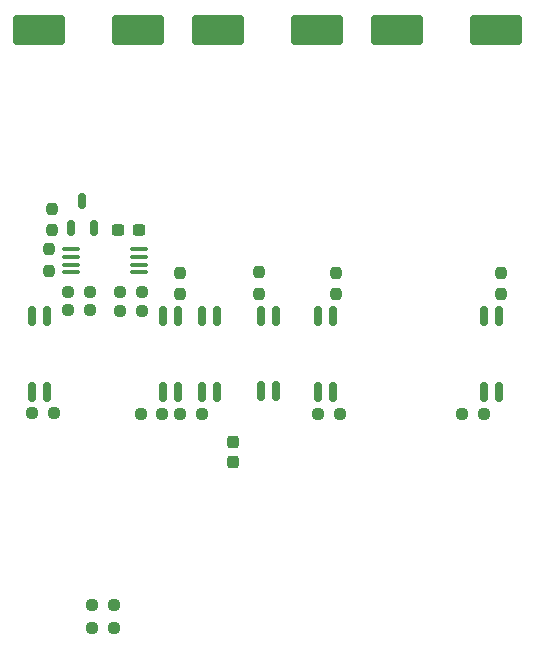
<source format=gtp>
G04 #@! TF.GenerationSoftware,KiCad,Pcbnew,7.0.0*
G04 #@! TF.CreationDate,2023-03-02T16:39:17-08:00*
G04 #@! TF.ProjectId,KYBERNETES-CHASSIS-SHIELD,4b594245-524e-4455-9445-532d43484153,rev?*
G04 #@! TF.SameCoordinates,Original*
G04 #@! TF.FileFunction,Paste,Top*
G04 #@! TF.FilePolarity,Positive*
%FSLAX46Y46*%
G04 Gerber Fmt 4.6, Leading zero omitted, Abs format (unit mm)*
G04 Created by KiCad (PCBNEW 7.0.0) date 2023-03-02 16:39:17*
%MOMM*%
%LPD*%
G01*
G04 APERTURE LIST*
G04 Aperture macros list*
%AMRoundRect*
0 Rectangle with rounded corners*
0 $1 Rounding radius*
0 $2 $3 $4 $5 $6 $7 $8 $9 X,Y pos of 4 corners*
0 Add a 4 corners polygon primitive as box body*
4,1,4,$2,$3,$4,$5,$6,$7,$8,$9,$2,$3,0*
0 Add four circle primitives for the rounded corners*
1,1,$1+$1,$2,$3*
1,1,$1+$1,$4,$5*
1,1,$1+$1,$6,$7*
1,1,$1+$1,$8,$9*
0 Add four rect primitives between the rounded corners*
20,1,$1+$1,$2,$3,$4,$5,0*
20,1,$1+$1,$4,$5,$6,$7,0*
20,1,$1+$1,$6,$7,$8,$9,0*
20,1,$1+$1,$8,$9,$2,$3,0*%
G04 Aperture macros list end*
%ADD10RoundRect,0.150000X0.150000X-0.662500X0.150000X0.662500X-0.150000X0.662500X-0.150000X-0.662500X0*%
%ADD11RoundRect,0.237500X0.250000X0.237500X-0.250000X0.237500X-0.250000X-0.237500X0.250000X-0.237500X0*%
%ADD12RoundRect,0.237500X-0.250000X-0.237500X0.250000X-0.237500X0.250000X0.237500X-0.250000X0.237500X0*%
%ADD13RoundRect,0.237500X-0.237500X0.250000X-0.237500X-0.250000X0.237500X-0.250000X0.237500X0.250000X0*%
%ADD14RoundRect,0.237500X0.237500X-0.250000X0.237500X0.250000X-0.237500X0.250000X-0.237500X-0.250000X0*%
%ADD15RoundRect,0.250000X-1.950000X-1.000000X1.950000X-1.000000X1.950000X1.000000X-1.950000X1.000000X0*%
%ADD16RoundRect,0.237500X-0.237500X0.300000X-0.237500X-0.300000X0.237500X-0.300000X0.237500X0.300000X0*%
%ADD17RoundRect,0.250000X1.950000X1.000000X-1.950000X1.000000X-1.950000X-1.000000X1.950000X-1.000000X0*%
%ADD18RoundRect,0.150000X-0.150000X0.662500X-0.150000X-0.662500X0.150000X-0.662500X0.150000X0.662500X0*%
%ADD19RoundRect,0.237500X0.300000X0.237500X-0.300000X0.237500X-0.300000X-0.237500X0.300000X-0.237500X0*%
%ADD20RoundRect,0.150000X0.150000X-0.512500X0.150000X0.512500X-0.150000X0.512500X-0.150000X-0.512500X0*%
%ADD21RoundRect,0.100000X-0.637500X-0.100000X0.637500X-0.100000X0.637500X0.100000X-0.637500X0.100000X0*%
G04 APERTURE END LIST*
D10*
X146205000Y-100812500D03*
X147475000Y-100812500D03*
X147475000Y-94437500D03*
X146205000Y-94437500D03*
D11*
X157900000Y-102675000D03*
X156075000Y-102675000D03*
D12*
X168250000Y-102675000D03*
X170075000Y-102675000D03*
D13*
X133550000Y-85325000D03*
X133550000Y-87150000D03*
D11*
X141125000Y-92375000D03*
X139300000Y-92375000D03*
D12*
X144400000Y-102675000D03*
X146225000Y-102675000D03*
D11*
X138775000Y-118850000D03*
X136950000Y-118850000D03*
D14*
X133300000Y-90565000D03*
X133300000Y-88740000D03*
D15*
X147575000Y-70200000D03*
X155975000Y-70200000D03*
D16*
X148850000Y-105060000D03*
X148850000Y-106785000D03*
D17*
X171150000Y-70200000D03*
X162750000Y-70200000D03*
D11*
X136700000Y-93925000D03*
X134875000Y-93925000D03*
D18*
X152475000Y-94412500D03*
X151205000Y-94412500D03*
X151205000Y-100787500D03*
X152475000Y-100787500D03*
D10*
X131855000Y-100812500D03*
X133125000Y-100812500D03*
X133125000Y-94437500D03*
X131855000Y-94437500D03*
D19*
X140875000Y-87150000D03*
X139150000Y-87150000D03*
D11*
X138775000Y-120825000D03*
X136950000Y-120825000D03*
D12*
X139300000Y-93950000D03*
X141125000Y-93950000D03*
D10*
X156080000Y-100812500D03*
X157350000Y-100812500D03*
X157350000Y-94437500D03*
X156080000Y-94437500D03*
D14*
X144325000Y-92562500D03*
X144325000Y-90737500D03*
D20*
X135150000Y-86975000D03*
X137050000Y-86975000D03*
X136100000Y-84700000D03*
D21*
X135137500Y-88775000D03*
X135137500Y-89425000D03*
X135137500Y-90075000D03*
X135137500Y-90725000D03*
X140862500Y-90725000D03*
X140862500Y-90075000D03*
X140862500Y-89425000D03*
X140862500Y-88775000D03*
D11*
X133675000Y-102650000D03*
X131850000Y-102650000D03*
D14*
X171525000Y-92562500D03*
X171525000Y-90737500D03*
D17*
X140800000Y-70200000D03*
X132400000Y-70200000D03*
D12*
X141025000Y-102675000D03*
X142850000Y-102675000D03*
X134875000Y-92350000D03*
X136700000Y-92350000D03*
D10*
X142880000Y-100812500D03*
X144150000Y-100812500D03*
X144150000Y-94437500D03*
X142880000Y-94437500D03*
X170080000Y-100812500D03*
X171350000Y-100812500D03*
X171350000Y-94437500D03*
X170080000Y-94437500D03*
D13*
X151025000Y-90725000D03*
X151025000Y-92550000D03*
D14*
X157530000Y-92562500D03*
X157530000Y-90737500D03*
M02*

</source>
